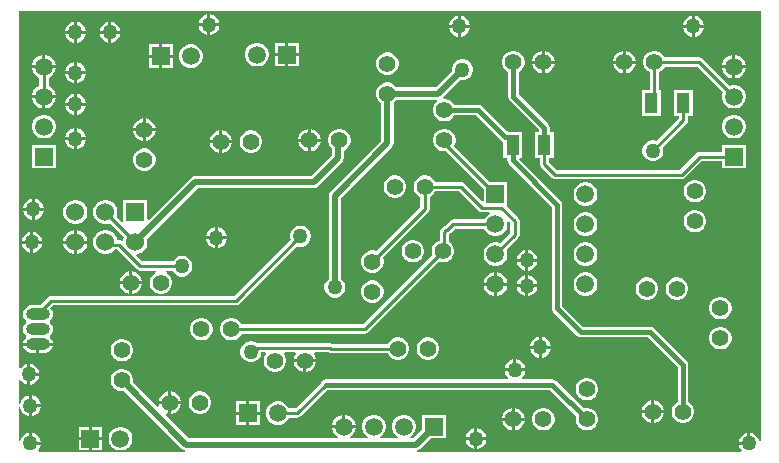
<source format=gbl>
G04*
G04 #@! TF.GenerationSoftware,Altium Limited,Altium Designer,22.2.1 (43)*
G04*
G04 Layer_Physical_Order=2*
G04 Layer_Color=16711680*
%FSLAX25Y25*%
%MOIN*%
G70*
G04*
G04 #@! TF.SameCoordinates,22AEFC0F-6C44-4056-8772-BC97FD4EFD78*
G04*
G04*
G04 #@! TF.FilePolarity,Positive*
G04*
G01*
G75*
%ADD11C,0.01000*%
%ADD15R,0.04331X0.06693*%
%ADD32C,0.02000*%
%ADD33C,0.01500*%
%ADD34C,0.05937*%
%ADD35R,0.05937X0.05937*%
%ADD36C,0.05512*%
%ADD37R,0.05906X0.05906*%
%ADD38C,0.05906*%
%ADD39R,0.05906X0.05906*%
%ADD40R,0.06000X0.06000*%
%ADD41C,0.06000*%
%ADD42O,0.07874X0.03937*%
%ADD43O,0.07874X0.03937*%
%ADD44C,0.05000*%
G36*
X248971Y5136D02*
X248471Y5071D01*
X248261Y5851D01*
X247801Y6649D01*
X247149Y7301D01*
X246351Y7762D01*
X245500Y7989D01*
Y4500D01*
X245000D01*
Y4000D01*
X241511D01*
X241739Y3149D01*
X242199Y2351D01*
X242521Y2029D01*
X242314Y1529D01*
X134394D01*
X134345Y2029D01*
X134780Y2116D01*
X135442Y2558D01*
X138931Y6047D01*
X143953D01*
Y13953D01*
X136047D01*
Y8931D01*
X133155Y6039D01*
X132045D01*
X131911Y6539D01*
X132427Y6837D01*
X133163Y7573D01*
X133683Y8474D01*
X133953Y9480D01*
Y10520D01*
X133683Y11526D01*
X133163Y12427D01*
X132427Y13163D01*
X131526Y13683D01*
X130520Y13953D01*
X129480D01*
X128474Y13683D01*
X127573Y13163D01*
X126837Y12427D01*
X126317Y11526D01*
X126047Y10520D01*
Y9480D01*
X126317Y8474D01*
X126837Y7573D01*
X127573Y6837D01*
X128089Y6539D01*
X127955Y6039D01*
X122045D01*
X121911Y6539D01*
X122427Y6837D01*
X123163Y7573D01*
X123683Y8474D01*
X123953Y9480D01*
Y10520D01*
X123683Y11526D01*
X123163Y12427D01*
X122427Y13163D01*
X121526Y13683D01*
X120520Y13953D01*
X119480D01*
X118474Y13683D01*
X117573Y13163D01*
X116837Y12427D01*
X116317Y11526D01*
X116047Y10520D01*
Y9480D01*
X116317Y8474D01*
X116837Y7573D01*
X117573Y6837D01*
X118089Y6539D01*
X117955Y6039D01*
X112045D01*
X111911Y6539D01*
X112427Y6837D01*
X113163Y7573D01*
X113683Y8474D01*
X113953Y9480D01*
Y9500D01*
X110000D01*
X106047D01*
Y9480D01*
X106317Y8474D01*
X106837Y7573D01*
X107573Y6837D01*
X108089Y6539D01*
X107955Y6039D01*
X58345D01*
X50452Y13931D01*
X50469Y14008D01*
X51056Y14365D01*
X51500Y14246D01*
Y17500D01*
X48246D01*
X48364Y17056D01*
X48008Y16469D01*
X47932Y16452D01*
X39676Y24708D01*
X39756Y25005D01*
Y25995D01*
X39500Y26950D01*
X39006Y27806D01*
X38306Y28506D01*
X37450Y29000D01*
X36494Y29256D01*
X35506D01*
X34550Y29000D01*
X33694Y28506D01*
X32994Y27806D01*
X32500Y26950D01*
X32244Y25995D01*
Y25005D01*
X32500Y24050D01*
X32994Y23194D01*
X33694Y22494D01*
X34550Y22000D01*
X35506Y21744D01*
X36494D01*
X36792Y21824D01*
X56058Y2558D01*
X56720Y2116D01*
X57155Y2029D01*
X57106Y1529D01*
X8186D01*
X7979Y2029D01*
X8301Y2351D01*
X8761Y3149D01*
X8990Y4000D01*
X5500D01*
Y4500D01*
X5000D01*
Y7989D01*
X4149Y7762D01*
X3351Y7301D01*
X2699Y6649D01*
X2238Y5851D01*
X2029Y5071D01*
X1529Y5136D01*
Y16364D01*
X2029Y16430D01*
X2238Y15649D01*
X2699Y14851D01*
X3351Y14199D01*
X4149Y13738D01*
X5000Y13510D01*
Y17000D01*
Y20490D01*
X4149Y20261D01*
X3351Y19801D01*
X2699Y19149D01*
X2238Y18351D01*
X2029Y17571D01*
X1529Y17636D01*
Y25511D01*
X2029Y25645D01*
X2199Y25351D01*
X2851Y24699D01*
X3649Y24238D01*
X4500Y24011D01*
Y27500D01*
Y30990D01*
X3649Y30762D01*
X2851Y30301D01*
X2199Y29649D01*
X2029Y29355D01*
X1529Y29489D01*
Y148471D01*
X248971D01*
Y5136D01*
D02*
G37*
%LPC*%
G36*
X65500Y147490D02*
Y144500D01*
X68489D01*
X68261Y145351D01*
X67801Y146149D01*
X67149Y146801D01*
X66351Y147262D01*
X65500Y147490D01*
D02*
G37*
G36*
X64500D02*
X63649Y147262D01*
X62851Y146801D01*
X62199Y146149D01*
X61739Y145351D01*
X61510Y144500D01*
X64500D01*
Y147490D01*
D02*
G37*
G36*
X227000Y146990D02*
Y144000D01*
X229990D01*
X229762Y144851D01*
X229301Y145649D01*
X228649Y146301D01*
X227851Y146762D01*
X227000Y146990D01*
D02*
G37*
G36*
X226000D02*
X225149Y146762D01*
X224351Y146301D01*
X223699Y145649D01*
X223238Y144851D01*
X223010Y144000D01*
X226000D01*
Y146990D01*
D02*
G37*
G36*
X149000D02*
Y144000D01*
X151989D01*
X151761Y144851D01*
X151301Y145649D01*
X150649Y146301D01*
X149851Y146762D01*
X149000Y146990D01*
D02*
G37*
G36*
X148000D02*
X147149Y146762D01*
X146351Y146301D01*
X145699Y145649D01*
X145238Y144851D01*
X145010Y144000D01*
X148000D01*
Y146990D01*
D02*
G37*
G36*
X32500Y144990D02*
Y142000D01*
X35489D01*
X35261Y142851D01*
X34801Y143649D01*
X34149Y144301D01*
X33351Y144762D01*
X32500Y144990D01*
D02*
G37*
G36*
X31500D02*
X30649Y144762D01*
X29851Y144301D01*
X29199Y143649D01*
X28738Y142851D01*
X28510Y142000D01*
X31500D01*
Y144990D01*
D02*
G37*
G36*
X21000D02*
Y142000D01*
X23990D01*
X23762Y142851D01*
X23301Y143649D01*
X22649Y144301D01*
X21851Y144762D01*
X21000Y144990D01*
D02*
G37*
G36*
X20000D02*
X19149Y144762D01*
X18351Y144301D01*
X17699Y143649D01*
X17239Y142851D01*
X17010Y142000D01*
X20000D01*
Y144990D01*
D02*
G37*
G36*
X68489Y143500D02*
X65500D01*
Y140510D01*
X66351Y140738D01*
X67149Y141199D01*
X67801Y141851D01*
X68261Y142649D01*
X68489Y143500D01*
D02*
G37*
G36*
X64500D02*
X61510D01*
X61739Y142649D01*
X62199Y141851D01*
X62851Y141199D01*
X63649Y140738D01*
X64500Y140510D01*
Y143500D01*
D02*
G37*
G36*
X229990Y143000D02*
X227000D01*
Y140010D01*
X227851Y140238D01*
X228649Y140699D01*
X229301Y141351D01*
X229762Y142149D01*
X229990Y143000D01*
D02*
G37*
G36*
X226000D02*
X223010D01*
X223238Y142149D01*
X223699Y141351D01*
X224351Y140699D01*
X225149Y140238D01*
X226000Y140010D01*
Y143000D01*
D02*
G37*
G36*
X151989D02*
X149000D01*
Y140010D01*
X149851Y140238D01*
X150649Y140699D01*
X151301Y141351D01*
X151761Y142149D01*
X151989Y143000D01*
D02*
G37*
G36*
X148000D02*
X145010D01*
X145238Y142149D01*
X145699Y141351D01*
X146351Y140699D01*
X147149Y140238D01*
X148000Y140010D01*
Y143000D01*
D02*
G37*
G36*
X35489Y141000D02*
X32500D01*
Y138011D01*
X33351Y138239D01*
X34149Y138699D01*
X34801Y139351D01*
X35261Y140149D01*
X35489Y141000D01*
D02*
G37*
G36*
X31500D02*
X28510D01*
X28738Y140149D01*
X29199Y139351D01*
X29851Y138699D01*
X30649Y138239D01*
X31500Y138011D01*
Y141000D01*
D02*
G37*
G36*
X23990D02*
X21000D01*
Y138011D01*
X21851Y138239D01*
X22649Y138699D01*
X23301Y139351D01*
X23762Y140149D01*
X23990Y141000D01*
D02*
G37*
G36*
X20000D02*
X17010D01*
X17239Y140149D01*
X17699Y139351D01*
X18351Y138699D01*
X19149Y138239D01*
X20000Y138011D01*
Y141000D01*
D02*
G37*
G36*
X94953Y137953D02*
X91500D01*
Y134500D01*
X94953D01*
Y137953D01*
D02*
G37*
G36*
X90500D02*
X87047D01*
Y134500D01*
X90500D01*
Y137953D01*
D02*
G37*
G36*
X52953Y137453D02*
X49500D01*
Y134000D01*
X52953D01*
Y137453D01*
D02*
G37*
G36*
X48500D02*
X45047D01*
Y134000D01*
X48500D01*
Y137453D01*
D02*
G37*
G36*
X177000Y135254D02*
Y132000D01*
X180254D01*
X180000Y132950D01*
X179506Y133806D01*
X178806Y134505D01*
X177950Y135000D01*
X177000Y135254D01*
D02*
G37*
G36*
X204000D02*
Y132000D01*
X207254D01*
X207000Y132950D01*
X206505Y133806D01*
X205806Y134505D01*
X204950Y135000D01*
X204000Y135254D01*
D02*
G37*
G36*
X203000D02*
X202050Y135000D01*
X201194Y134505D01*
X200495Y133806D01*
X200000Y132950D01*
X199746Y132000D01*
X203000D01*
Y135254D01*
D02*
G37*
G36*
X176000D02*
X175050Y135000D01*
X174194Y134505D01*
X173495Y133806D01*
X173000Y132950D01*
X172746Y132000D01*
X176000D01*
Y135254D01*
D02*
G37*
G36*
X240520Y133953D02*
X240500D01*
Y130500D01*
X243953D01*
Y130520D01*
X243683Y131526D01*
X243163Y132427D01*
X242427Y133163D01*
X241526Y133683D01*
X240520Y133953D01*
D02*
G37*
G36*
X10520D02*
X10500D01*
Y130500D01*
X13953D01*
Y130520D01*
X13683Y131526D01*
X13163Y132427D01*
X12427Y133163D01*
X11526Y133683D01*
X10520Y133953D01*
D02*
G37*
G36*
X9500D02*
X9480D01*
X8474Y133683D01*
X7573Y133163D01*
X6837Y132427D01*
X6317Y131526D01*
X6047Y130520D01*
Y130500D01*
X9500D01*
Y133953D01*
D02*
G37*
G36*
X239500D02*
X239480D01*
X238474Y133683D01*
X237573Y133163D01*
X236837Y132427D01*
X236317Y131526D01*
X236047Y130520D01*
Y130500D01*
X239500D01*
Y133953D01*
D02*
G37*
G36*
X94953Y133500D02*
X91500D01*
Y130047D01*
X94953D01*
Y133500D01*
D02*
G37*
G36*
X90500D02*
X87047D01*
Y130047D01*
X90500D01*
Y133500D01*
D02*
G37*
G36*
X81520Y137953D02*
X80480D01*
X79474Y137683D01*
X78573Y137163D01*
X77837Y136427D01*
X77317Y135526D01*
X77047Y134520D01*
Y133480D01*
X77317Y132474D01*
X77837Y131573D01*
X78573Y130837D01*
X79474Y130317D01*
X80480Y130047D01*
X81520D01*
X82526Y130317D01*
X83427Y130837D01*
X84163Y131573D01*
X84683Y132474D01*
X84953Y133480D01*
Y134520D01*
X84683Y135526D01*
X84163Y136427D01*
X83427Y137163D01*
X82526Y137683D01*
X81520Y137953D01*
D02*
G37*
G36*
X59520Y137453D02*
X58480D01*
X57474Y137183D01*
X56573Y136663D01*
X55837Y135927D01*
X55317Y135026D01*
X55047Y134020D01*
Y132980D01*
X55317Y131974D01*
X55837Y131073D01*
X56573Y130337D01*
X57474Y129817D01*
X58480Y129547D01*
X59520D01*
X60526Y129817D01*
X61427Y130337D01*
X62163Y131073D01*
X62683Y131974D01*
X62953Y132980D01*
Y134020D01*
X62683Y135026D01*
X62163Y135927D01*
X61427Y136663D01*
X60526Y137183D01*
X59520Y137453D01*
D02*
G37*
G36*
X52953Y133000D02*
X49500D01*
Y129547D01*
X52953D01*
Y133000D01*
D02*
G37*
G36*
X48500D02*
X45047D01*
Y129547D01*
X48500D01*
Y133000D01*
D02*
G37*
G36*
X21000Y131490D02*
Y128500D01*
X23990D01*
X23762Y129351D01*
X23301Y130149D01*
X22649Y130801D01*
X21851Y131262D01*
X21000Y131490D01*
D02*
G37*
G36*
X20000D02*
X19149Y131262D01*
X18351Y130801D01*
X17699Y130149D01*
X17239Y129351D01*
X17010Y128500D01*
X20000D01*
Y131490D01*
D02*
G37*
G36*
X180254Y131000D02*
X177000D01*
Y127746D01*
X177950Y128000D01*
X178806Y128495D01*
X179506Y129194D01*
X180000Y130050D01*
X180254Y131000D01*
D02*
G37*
G36*
X207254D02*
X204000D01*
Y127746D01*
X204950Y128000D01*
X205806Y128495D01*
X206505Y129194D01*
X207000Y130050D01*
X207254Y131000D01*
D02*
G37*
G36*
X203000D02*
X199746D01*
X200000Y130050D01*
X200495Y129194D01*
X201194Y128495D01*
X202050Y128000D01*
X203000Y127746D01*
Y131000D01*
D02*
G37*
G36*
X176000D02*
X172746D01*
X173000Y130050D01*
X173495Y129194D01*
X174194Y128495D01*
X175050Y128000D01*
X176000Y127746D01*
Y131000D01*
D02*
G37*
G36*
X124995Y134756D02*
X124005D01*
X123050Y134500D01*
X122194Y134005D01*
X121494Y133306D01*
X121000Y132450D01*
X120744Y131494D01*
Y130506D01*
X121000Y129550D01*
X121494Y128694D01*
X122194Y127995D01*
X123050Y127500D01*
X124005Y127244D01*
X124995D01*
X125950Y127500D01*
X126806Y127995D01*
X127506Y128694D01*
X128000Y129550D01*
X128256Y130506D01*
Y131494D01*
X128000Y132450D01*
X127506Y133306D01*
X126806Y134005D01*
X125950Y134500D01*
X124995Y134756D01*
D02*
G37*
G36*
X243953Y129500D02*
X240500D01*
Y126047D01*
X240520D01*
X241526Y126317D01*
X242427Y126837D01*
X243163Y127573D01*
X243683Y128474D01*
X243953Y129480D01*
Y129500D01*
D02*
G37*
G36*
X239500D02*
X236047D01*
Y129480D01*
X236317Y128474D01*
X236837Y127573D01*
X237573Y126837D01*
X238474Y126317D01*
X239480Y126047D01*
X239500D01*
Y129500D01*
D02*
G37*
G36*
X149961Y132500D02*
X149039D01*
X148149Y132262D01*
X147351Y131801D01*
X146699Y131149D01*
X146239Y130351D01*
X146000Y129461D01*
Y128539D01*
X146033Y128417D01*
X140655Y123039D01*
X127660D01*
X127506Y123306D01*
X126806Y124005D01*
X125950Y124500D01*
X124995Y124756D01*
X124005D01*
X123050Y124500D01*
X122194Y124005D01*
X121494Y123306D01*
X121000Y122450D01*
X120744Y121494D01*
Y120505D01*
X121000Y119550D01*
X121494Y118694D01*
X122194Y117994D01*
X122461Y117840D01*
Y105345D01*
X105558Y88442D01*
X105116Y87780D01*
X104961Y87000D01*
Y59364D01*
X104851Y59301D01*
X104199Y58649D01*
X103738Y57851D01*
X103500Y56961D01*
Y56039D01*
X103738Y55149D01*
X104199Y54351D01*
X104851Y53699D01*
X105649Y53238D01*
X106539Y53000D01*
X107461D01*
X108351Y53238D01*
X109149Y53699D01*
X109801Y54351D01*
X110261Y55149D01*
X110500Y56039D01*
Y56961D01*
X110261Y57851D01*
X109801Y58649D01*
X109149Y59301D01*
X109039Y59364D01*
Y86155D01*
X125942Y103058D01*
X126384Y103720D01*
X126539Y104500D01*
Y117840D01*
X126806Y117994D01*
X127506Y118694D01*
X127660Y118961D01*
X140982D01*
X141125Y118654D01*
X141149Y118461D01*
X140495Y117806D01*
X140000Y116950D01*
X139744Y115995D01*
Y115006D01*
X140000Y114050D01*
X140495Y113194D01*
X141194Y112495D01*
X142050Y112000D01*
X143006Y111744D01*
X143994D01*
X144950Y112000D01*
X145806Y112495D01*
X146505Y113194D01*
X146807Y113716D01*
X153946D01*
X162327Y105335D01*
X162327Y105335D01*
X162906Y104948D01*
X163020Y104925D01*
Y99654D01*
X164401D01*
Y98815D01*
X164537Y98132D01*
X164923Y97553D01*
X179216Y83261D01*
Y49500D01*
X179351Y48817D01*
X179738Y48238D01*
X187738Y40238D01*
X188317Y39851D01*
X189000Y39716D01*
X189000Y39716D01*
X211261D01*
X221216Y29761D01*
Y18307D01*
X220694Y18006D01*
X219994Y17306D01*
X219500Y16450D01*
X219244Y15495D01*
Y14505D01*
X219500Y13550D01*
X219994Y12694D01*
X220694Y11994D01*
X221550Y11500D01*
X222505Y11244D01*
X223495D01*
X224450Y11500D01*
X225306Y11994D01*
X226006Y12694D01*
X226500Y13550D01*
X226756Y14505D01*
Y15495D01*
X226500Y16450D01*
X226006Y17306D01*
X225306Y18006D01*
X224784Y18307D01*
Y30500D01*
X224784Y30500D01*
X224648Y31183D01*
X224262Y31762D01*
X213262Y42762D01*
X212683Y43148D01*
X212000Y43284D01*
X189739D01*
X182784Y50239D01*
Y84000D01*
X182784Y84000D01*
X182649Y84683D01*
X182262Y85262D01*
X182262Y85262D01*
X168370Y99154D01*
X168577Y99654D01*
X169350D01*
Y108346D01*
X164942D01*
X164770Y108381D01*
X164328D01*
X155947Y116762D01*
X155368Y117148D01*
X154685Y117284D01*
X146807D01*
X146505Y117806D01*
X145806Y118506D01*
X144950Y119000D01*
X143994Y119256D01*
X143347D01*
X143140Y119756D01*
X148917Y125533D01*
X149039Y125500D01*
X149961D01*
X150851Y125739D01*
X151649Y126199D01*
X152301Y126851D01*
X152761Y127649D01*
X153000Y128539D01*
Y129461D01*
X152761Y130351D01*
X152301Y131149D01*
X151649Y131801D01*
X150851Y132262D01*
X149961Y132500D01*
D02*
G37*
G36*
X23990Y127500D02*
X21000D01*
Y124511D01*
X21851Y124739D01*
X22649Y125199D01*
X23301Y125851D01*
X23762Y126649D01*
X23990Y127500D01*
D02*
G37*
G36*
X20000D02*
X17010D01*
X17239Y126649D01*
X17699Y125851D01*
X18351Y125199D01*
X19149Y124739D01*
X20000Y124511D01*
Y127500D01*
D02*
G37*
G36*
X13953Y129500D02*
X10000D01*
X6047D01*
Y129480D01*
X6317Y128474D01*
X6837Y127573D01*
X7573Y126837D01*
X8471Y126319D01*
Y123681D01*
X7573Y123163D01*
X6837Y122427D01*
X6317Y121526D01*
X6047Y120520D01*
Y120500D01*
X10000D01*
X13953D01*
Y120520D01*
X13683Y121526D01*
X13163Y122427D01*
X12427Y123163D01*
X11529Y123681D01*
Y126319D01*
X12427Y126837D01*
X13163Y127573D01*
X13683Y128474D01*
X13953Y129480D01*
Y129500D01*
D02*
G37*
G36*
X21000Y120990D02*
Y118000D01*
X23990D01*
X23762Y118851D01*
X23301Y119649D01*
X22649Y120301D01*
X21851Y120762D01*
X21000Y120990D01*
D02*
G37*
G36*
X20000D02*
X19149Y120762D01*
X18351Y120301D01*
X17699Y119649D01*
X17239Y118851D01*
X17010Y118000D01*
X20000D01*
Y120990D01*
D02*
G37*
G36*
X213995Y135256D02*
X213005D01*
X212050Y135000D01*
X211194Y134505D01*
X210494Y133806D01*
X210000Y132950D01*
X209744Y131994D01*
Y131006D01*
X210000Y130050D01*
X210494Y129194D01*
X211194Y128495D01*
X211971Y128046D01*
Y122345D01*
X209337D01*
Y113652D01*
X215667D01*
Y122345D01*
X215029D01*
Y128046D01*
X215806Y128495D01*
X216506Y129194D01*
X216954Y129971D01*
X227867D01*
X236315Y121522D01*
X236047Y120520D01*
Y119480D01*
X236317Y118474D01*
X236837Y117573D01*
X237573Y116837D01*
X238474Y116317D01*
X239480Y116047D01*
X240520D01*
X241526Y116317D01*
X242427Y116837D01*
X243163Y117573D01*
X243683Y118474D01*
X243953Y119480D01*
Y120520D01*
X243683Y121526D01*
X243163Y122427D01*
X242427Y123163D01*
X241526Y123683D01*
X240520Y123953D01*
X239480D01*
X238478Y123685D01*
X229581Y132581D01*
X229085Y132913D01*
X228500Y133029D01*
X216954D01*
X216506Y133806D01*
X215806Y134505D01*
X214950Y135000D01*
X213995Y135256D01*
D02*
G37*
G36*
X13953Y119500D02*
X10500D01*
Y116047D01*
X10520D01*
X11526Y116317D01*
X12427Y116837D01*
X13163Y117573D01*
X13683Y118474D01*
X13953Y119480D01*
Y119500D01*
D02*
G37*
G36*
X9500D02*
X6047D01*
Y119480D01*
X6317Y118474D01*
X6837Y117573D01*
X7573Y116837D01*
X8474Y116317D01*
X9480Y116047D01*
X9500D01*
Y119500D01*
D02*
G37*
G36*
X23990Y117000D02*
X21000D01*
Y114011D01*
X21851Y114239D01*
X22649Y114699D01*
X23301Y115351D01*
X23762Y116149D01*
X23990Y117000D01*
D02*
G37*
G36*
X20000D02*
X17010D01*
X17239Y116149D01*
X17699Y115351D01*
X18351Y114699D01*
X19149Y114239D01*
X20000Y114011D01*
Y117000D01*
D02*
G37*
G36*
X44000Y112754D02*
Y109500D01*
X47254D01*
X47000Y110450D01*
X46505Y111306D01*
X45806Y112005D01*
X44950Y112500D01*
X44000Y112754D01*
D02*
G37*
G36*
X43000D02*
X42050Y112500D01*
X41194Y112005D01*
X40494Y111306D01*
X40000Y110450D01*
X39746Y109500D01*
X43000D01*
Y112754D01*
D02*
G37*
G36*
X21000Y109490D02*
Y106500D01*
X23990D01*
X23762Y107351D01*
X23301Y108149D01*
X22649Y108801D01*
X21851Y109262D01*
X21000Y109490D01*
D02*
G37*
G36*
X20000D02*
X19149Y109262D01*
X18351Y108801D01*
X17699Y108149D01*
X17239Y107351D01*
X17010Y106500D01*
X20000D01*
Y109490D01*
D02*
G37*
G36*
X240520Y113953D02*
X239480D01*
X238474Y113683D01*
X237573Y113163D01*
X236837Y112427D01*
X236317Y111526D01*
X236047Y110520D01*
Y109480D01*
X236317Y108474D01*
X236837Y107573D01*
X237573Y106837D01*
X238474Y106317D01*
X239480Y106047D01*
X240520D01*
X241526Y106317D01*
X242427Y106837D01*
X243163Y107573D01*
X243683Y108474D01*
X243953Y109480D01*
Y110520D01*
X243683Y111526D01*
X243163Y112427D01*
X242427Y113163D01*
X241526Y113683D01*
X240520Y113953D01*
D02*
G37*
G36*
X10520D02*
X9480D01*
X8474Y113683D01*
X7573Y113163D01*
X6837Y112427D01*
X6317Y111526D01*
X6047Y110520D01*
Y109480D01*
X6317Y108474D01*
X6837Y107573D01*
X7573Y106837D01*
X8474Y106317D01*
X9480Y106047D01*
X10520D01*
X11526Y106317D01*
X12427Y106837D01*
X13163Y107573D01*
X13683Y108474D01*
X13953Y109480D01*
Y110520D01*
X13683Y111526D01*
X13163Y112427D01*
X12427Y113163D01*
X11526Y113683D01*
X10520Y113953D01*
D02*
G37*
G36*
X99000Y109254D02*
Y106000D01*
X102254D01*
X102000Y106950D01*
X101505Y107806D01*
X100806Y108505D01*
X99950Y109000D01*
X99000Y109254D01*
D02*
G37*
G36*
X98000D02*
X97050Y109000D01*
X96194Y108505D01*
X95495Y107806D01*
X95000Y106950D01*
X94746Y106000D01*
X98000D01*
Y109254D01*
D02*
G37*
G36*
X69500Y108754D02*
Y105500D01*
X72754D01*
X72500Y106450D01*
X72005Y107306D01*
X71306Y108005D01*
X70450Y108500D01*
X69500Y108754D01*
D02*
G37*
G36*
X68500D02*
X67550Y108500D01*
X66694Y108005D01*
X65995Y107306D01*
X65500Y106450D01*
X65246Y105500D01*
X68500D01*
Y108754D01*
D02*
G37*
G36*
X226297Y122345D02*
X219967D01*
Y113652D01*
X221603D01*
Y112765D01*
X214152Y105315D01*
X213461Y105500D01*
X212539D01*
X211649Y105262D01*
X210851Y104801D01*
X210199Y104149D01*
X209738Y103351D01*
X209500Y102461D01*
Y101539D01*
X209738Y100649D01*
X210199Y99851D01*
X210851Y99199D01*
X211649Y98738D01*
X212539Y98500D01*
X213461D01*
X214351Y98738D01*
X215149Y99199D01*
X215801Y99851D01*
X216262Y100649D01*
X216500Y101539D01*
Y102461D01*
X216315Y103152D01*
X224213Y111050D01*
X224545Y111547D01*
X224661Y112132D01*
Y113652D01*
X226297D01*
Y122345D01*
D02*
G37*
G36*
X47254Y108500D02*
X44000D01*
Y105246D01*
X44950Y105500D01*
X45806Y105994D01*
X46505Y106694D01*
X47000Y107550D01*
X47254Y108500D01*
D02*
G37*
G36*
X43000D02*
X39746D01*
X40000Y107550D01*
X40494Y106694D01*
X41194Y105994D01*
X42050Y105500D01*
X43000Y105246D01*
Y108500D01*
D02*
G37*
G36*
X23990Y105500D02*
X21000D01*
Y102510D01*
X21851Y102738D01*
X22649Y103199D01*
X23301Y103851D01*
X23762Y104649D01*
X23990Y105500D01*
D02*
G37*
G36*
X20000D02*
X17010D01*
X17239Y104649D01*
X17699Y103851D01*
X18351Y103199D01*
X19149Y102738D01*
X20000Y102510D01*
Y105500D01*
D02*
G37*
G36*
X102254Y105000D02*
X99000D01*
Y101746D01*
X99950Y102000D01*
X100806Y102495D01*
X101505Y103194D01*
X102000Y104050D01*
X102254Y105000D01*
D02*
G37*
G36*
X98000D02*
X94746D01*
X95000Y104050D01*
X95495Y103194D01*
X96194Y102495D01*
X97050Y102000D01*
X98000Y101746D01*
Y105000D01*
D02*
G37*
G36*
X72754Y104500D02*
X69500D01*
Y101246D01*
X70450Y101500D01*
X71306Y101995D01*
X72005Y102694D01*
X72500Y103550D01*
X72754Y104500D01*
D02*
G37*
G36*
X68500D02*
X65246D01*
X65500Y103550D01*
X65995Y102694D01*
X66694Y101995D01*
X67550Y101500D01*
X68500Y101246D01*
Y104500D01*
D02*
G37*
G36*
X79495Y108756D02*
X78505D01*
X77550Y108500D01*
X76694Y108005D01*
X75994Y107306D01*
X75500Y106450D01*
X75244Y105494D01*
Y104506D01*
X75500Y103550D01*
X75994Y102694D01*
X76694Y101995D01*
X77550Y101500D01*
X78505Y101244D01*
X79495D01*
X80450Y101500D01*
X81306Y101995D01*
X82006Y102694D01*
X82500Y103550D01*
X82756Y104506D01*
Y105494D01*
X82500Y106450D01*
X82006Y107306D01*
X81306Y108005D01*
X80450Y108500D01*
X79495Y108756D01*
D02*
G37*
G36*
X166995Y135256D02*
X166006D01*
X165050Y135000D01*
X164194Y134505D01*
X163495Y133806D01*
X163000Y132950D01*
X162744Y131994D01*
Y131006D01*
X163000Y130050D01*
X163495Y129194D01*
X164194Y128495D01*
X164716Y128193D01*
Y120000D01*
X164851Y119317D01*
X165238Y118738D01*
X175031Y108946D01*
Y108346D01*
X173650D01*
Y99654D01*
X175286D01*
Y97685D01*
X175402Y97100D01*
X175733Y96604D01*
X179419Y92919D01*
X179915Y92587D01*
X180500Y92471D01*
X222524D01*
X223109Y92587D01*
X223605Y92919D01*
X229157Y98471D01*
X236047D01*
Y96047D01*
X243953D01*
Y103953D01*
X236047D01*
Y101529D01*
X228524D01*
X227938Y101413D01*
X227442Y101081D01*
X221890Y95529D01*
X181133D01*
X178344Y98318D01*
Y99654D01*
X179980D01*
Y108346D01*
X178599D01*
Y109685D01*
X178599Y109685D01*
X178463Y110368D01*
X178077Y110947D01*
X178077Y110947D01*
X168284Y120739D01*
Y128193D01*
X168806Y128495D01*
X169506Y129194D01*
X170000Y130050D01*
X170256Y131006D01*
Y131994D01*
X170000Y132950D01*
X169506Y133806D01*
X168806Y134505D01*
X167950Y135000D01*
X166995Y135256D01*
D02*
G37*
G36*
X13953Y103953D02*
X6047D01*
Y96047D01*
X13953D01*
Y103953D01*
D02*
G37*
G36*
X43995Y102756D02*
X43005D01*
X42050Y102500D01*
X41194Y102006D01*
X40494Y101306D01*
X40000Y100450D01*
X39744Y99494D01*
Y98506D01*
X40000Y97550D01*
X40494Y96694D01*
X41194Y95995D01*
X42050Y95500D01*
X43005Y95244D01*
X43995D01*
X44950Y95500D01*
X45806Y95995D01*
X46505Y96694D01*
X47000Y97550D01*
X47256Y98506D01*
Y99494D01*
X47000Y100450D01*
X46505Y101306D01*
X45806Y102006D01*
X44950Y102500D01*
X43995Y102756D01*
D02*
G37*
G36*
X127495Y93756D02*
X126505D01*
X125550Y93500D01*
X124694Y93006D01*
X123995Y92306D01*
X123500Y91450D01*
X123244Y90495D01*
Y89505D01*
X123500Y88550D01*
X123995Y87694D01*
X124694Y86994D01*
X125550Y86500D01*
X126505Y86244D01*
X127495D01*
X128450Y86500D01*
X129306Y86994D01*
X130006Y87694D01*
X130500Y88550D01*
X130756Y89505D01*
Y90495D01*
X130500Y91450D01*
X130006Y92306D01*
X129306Y93006D01*
X128450Y93500D01*
X127495Y93756D01*
D02*
G37*
G36*
X143994Y109256D02*
X143006D01*
X142050Y109000D01*
X141194Y108505D01*
X140495Y107806D01*
X140000Y106950D01*
X139744Y105994D01*
Y105006D01*
X140000Y104050D01*
X140495Y103194D01*
X141194Y102495D01*
X142050Y102000D01*
X143006Y101744D01*
X143994D01*
X144072Y101765D01*
X156532Y89306D01*
Y85285D01*
X156070Y85093D01*
X150081Y91081D01*
X149585Y91413D01*
X149000Y91529D01*
X140454D01*
X140006Y92306D01*
X139306Y93006D01*
X138450Y93500D01*
X137495Y93756D01*
X136505D01*
X135550Y93500D01*
X134694Y93006D01*
X133994Y92306D01*
X133500Y91450D01*
X133244Y90495D01*
Y89505D01*
X133500Y88550D01*
X133994Y87694D01*
X134694Y86994D01*
X135471Y86546D01*
Y83134D01*
X120861Y68524D01*
X119994Y68756D01*
X119006D01*
X118050Y68500D01*
X117194Y68006D01*
X116495Y67306D01*
X116000Y66450D01*
X115744Y65495D01*
Y64505D01*
X116000Y63550D01*
X116495Y62694D01*
X117194Y61994D01*
X118050Y61500D01*
X119006Y61244D01*
X119994D01*
X120950Y61500D01*
X121806Y61994D01*
X122505Y62694D01*
X123000Y63550D01*
X123256Y64505D01*
Y65495D01*
X123024Y66361D01*
X138081Y81419D01*
X138413Y81915D01*
X138529Y82500D01*
Y86546D01*
X139306Y86994D01*
X140006Y87694D01*
X140454Y88471D01*
X148366D01*
X154919Y81919D01*
X155415Y81587D01*
X156000Y81471D01*
X158440D01*
X158574Y80971D01*
X158063Y80676D01*
X157324Y79937D01*
X156802Y79032D01*
X156801Y79029D01*
X146500D01*
X145915Y78913D01*
X145419Y78581D01*
X143812Y76975D01*
X143500Y76913D01*
X143004Y76581D01*
X142419Y75996D01*
X142087Y75499D01*
X141971Y74914D01*
Y72113D01*
X141550Y72000D01*
X140694Y71505D01*
X139995Y70806D01*
X139500Y69950D01*
X139244Y68994D01*
Y68006D01*
X139476Y67139D01*
X116367Y44029D01*
X75954D01*
X75506Y44806D01*
X74806Y45505D01*
X73950Y46000D01*
X72995Y46256D01*
X72005D01*
X71050Y46000D01*
X70194Y45505D01*
X69494Y44806D01*
X69000Y43950D01*
X68744Y42994D01*
Y42006D01*
X69000Y41050D01*
X69494Y40194D01*
X70194Y39494D01*
X71050Y39000D01*
X72005Y38744D01*
X72995D01*
X73950Y39000D01*
X74806Y39494D01*
X75506Y40194D01*
X75954Y40971D01*
X117000D01*
X117585Y41087D01*
X118081Y41419D01*
X141639Y64976D01*
X142506Y64744D01*
X143494D01*
X144450Y65000D01*
X145306Y65495D01*
X146005Y66194D01*
X146500Y67050D01*
X146756Y68006D01*
Y68994D01*
X146500Y69950D01*
X146005Y70806D01*
X145306Y71505D01*
X145029Y71665D01*
Y74076D01*
X145085Y74087D01*
X145581Y74419D01*
X147134Y75971D01*
X156801D01*
X156802Y75968D01*
X157324Y75063D01*
X158063Y74324D01*
X158968Y73802D01*
X159977Y73532D01*
X161022D01*
X162032Y73802D01*
X162937Y74324D01*
X163676Y75063D01*
X164198Y75968D01*
X164469Y76977D01*
Y78022D01*
X164418Y78212D01*
X164866Y78471D01*
X165471Y77867D01*
Y74634D01*
X162034Y71197D01*
X162032Y71198D01*
X161022Y71469D01*
X159977D01*
X158968Y71198D01*
X158063Y70676D01*
X157324Y69937D01*
X156802Y69032D01*
X156532Y68023D01*
Y66978D01*
X156802Y65968D01*
X157324Y65063D01*
X158063Y64324D01*
X158968Y63802D01*
X159977Y63532D01*
X161022D01*
X162032Y63802D01*
X162937Y64324D01*
X163676Y65063D01*
X164198Y65968D01*
X164469Y66978D01*
Y68023D01*
X164198Y69032D01*
X164197Y69034D01*
X168081Y72919D01*
X168413Y73415D01*
X168529Y74000D01*
Y78500D01*
X168413Y79085D01*
X168081Y79581D01*
X164601Y83062D01*
X164469Y83531D01*
X164469D01*
X164469Y83531D01*
Y91469D01*
X158694D01*
X146675Y103488D01*
X147000Y104050D01*
X147256Y105006D01*
Y105994D01*
X147000Y106950D01*
X146505Y107806D01*
X145806Y108505D01*
X144950Y109000D01*
X143994Y109256D01*
D02*
G37*
G36*
X227495Y92256D02*
X226505D01*
X225550Y92000D01*
X224694Y91505D01*
X223994Y90806D01*
X223500Y89950D01*
X223244Y88994D01*
Y88006D01*
X223500Y87050D01*
X223994Y86194D01*
X224694Y85495D01*
X225550Y85000D01*
X226505Y84744D01*
X227495D01*
X228450Y85000D01*
X229306Y85495D01*
X230006Y86194D01*
X230500Y87050D01*
X230756Y88006D01*
Y88994D01*
X230500Y89950D01*
X230006Y90806D01*
X229306Y91505D01*
X228450Y92000D01*
X227495Y92256D01*
D02*
G37*
G36*
X191023Y91469D02*
X189978D01*
X188968Y91198D01*
X188063Y90676D01*
X187324Y89937D01*
X186802Y89032D01*
X186531Y88023D01*
Y86977D01*
X186802Y85968D01*
X187324Y85063D01*
X188063Y84324D01*
X188968Y83802D01*
X189978Y83531D01*
X191023D01*
X192032Y83802D01*
X192937Y84324D01*
X193676Y85063D01*
X194198Y85968D01*
X194468Y86977D01*
Y88023D01*
X194198Y89032D01*
X193676Y89937D01*
X192937Y90676D01*
X192032Y91198D01*
X191023Y91469D01*
D02*
G37*
G36*
X7000Y85989D02*
Y83000D01*
X9990D01*
X9762Y83851D01*
X9301Y84649D01*
X8649Y85301D01*
X7851Y85761D01*
X7000Y85989D01*
D02*
G37*
G36*
X6000D02*
X5149Y85761D01*
X4351Y85301D01*
X3699Y84649D01*
X3238Y83851D01*
X3011Y83000D01*
X6000D01*
Y85989D01*
D02*
G37*
G36*
X9990Y82000D02*
X7000D01*
Y79010D01*
X7851Y79238D01*
X8649Y79699D01*
X9301Y80351D01*
X9762Y81149D01*
X9990Y82000D01*
D02*
G37*
G36*
X6000D02*
X3011D01*
X3238Y81149D01*
X3699Y80351D01*
X4351Y79699D01*
X5149Y79238D01*
X6000Y79010D01*
Y82000D01*
D02*
G37*
G36*
X108994Y109256D02*
X108005D01*
X107050Y109000D01*
X106194Y108505D01*
X105494Y107806D01*
X105000Y106950D01*
X104744Y105994D01*
Y105006D01*
X105000Y104050D01*
X105494Y103194D01*
X105891Y102798D01*
Y100275D01*
X99155Y93539D01*
X60500D01*
X59720Y93384D01*
X59058Y92942D01*
X44962Y78846D01*
X44500Y79037D01*
Y85500D01*
X36500D01*
Y78316D01*
X36038Y78125D01*
X34220Y79943D01*
X34227Y79956D01*
X34500Y80973D01*
Y82027D01*
X34227Y83044D01*
X33701Y83956D01*
X32956Y84701D01*
X32044Y85227D01*
X31027Y85500D01*
X29973D01*
X28956Y85227D01*
X28044Y84701D01*
X27299Y83956D01*
X26773Y83044D01*
X26500Y82027D01*
Y80973D01*
X26773Y79956D01*
X27299Y79044D01*
X28044Y78299D01*
X28956Y77773D01*
X29973Y77500D01*
X31027D01*
X32044Y77773D01*
X32057Y77780D01*
X36780Y73057D01*
X36773Y73044D01*
X36500Y72027D01*
Y71922D01*
X36000Y71772D01*
X35585Y72049D01*
X35000Y72165D01*
X34463D01*
X34227Y73044D01*
X33701Y73956D01*
X32956Y74701D01*
X32044Y75227D01*
X31027Y75500D01*
X29973D01*
X28956Y75227D01*
X28044Y74701D01*
X27299Y73956D01*
X26773Y73044D01*
X26500Y72027D01*
Y70973D01*
X26773Y69956D01*
X27299Y69044D01*
X28044Y68299D01*
X28956Y67773D01*
X29973Y67500D01*
X31027D01*
X32044Y67773D01*
X32956Y68299D01*
X33701Y69044D01*
X33737Y69107D01*
X34367D01*
X41055Y62419D01*
X41551Y62087D01*
X42136Y61971D01*
X47212D01*
X47255Y61904D01*
X47094Y61237D01*
X46694Y61006D01*
X45994Y60306D01*
X45500Y59450D01*
X45244Y58495D01*
Y57506D01*
X45500Y56550D01*
X45994Y55694D01*
X46694Y54994D01*
X47550Y54500D01*
X48505Y54244D01*
X49494D01*
X50450Y54500D01*
X51306Y54994D01*
X52005Y55694D01*
X52500Y56550D01*
X52756Y57506D01*
Y58495D01*
X52500Y59450D01*
X52005Y60306D01*
X51306Y61006D01*
X50906Y61237D01*
X50745Y61904D01*
X50788Y61971D01*
X52842D01*
X53199Y61351D01*
X53851Y60699D01*
X54649Y60238D01*
X55539Y60000D01*
X56461D01*
X57351Y60238D01*
X58149Y60699D01*
X58801Y61351D01*
X59262Y62149D01*
X59500Y63039D01*
Y63961D01*
X59262Y64851D01*
X58801Y65649D01*
X58149Y66301D01*
X57351Y66761D01*
X56461Y67000D01*
X55539D01*
X54649Y66761D01*
X53851Y66301D01*
X53199Y65649D01*
X52842Y65029D01*
X42770D01*
X40761Y67038D01*
X40952Y67500D01*
X41027D01*
X42044Y67773D01*
X42956Y68299D01*
X43701Y69044D01*
X44227Y69956D01*
X44500Y70973D01*
Y72027D01*
X44375Y72492D01*
X61345Y89461D01*
X100000D01*
X100780Y89616D01*
X101442Y90058D01*
X109372Y97988D01*
X109814Y98650D01*
X109969Y99430D01*
Y102011D01*
X110806Y102495D01*
X111505Y103194D01*
X112000Y104050D01*
X112256Y105006D01*
Y105994D01*
X112000Y106950D01*
X111505Y107806D01*
X110806Y108505D01*
X109950Y109000D01*
X108994Y109256D01*
D02*
G37*
G36*
X21027Y85500D02*
X19973D01*
X18956Y85227D01*
X18044Y84701D01*
X17299Y83956D01*
X16773Y83044D01*
X16500Y82027D01*
Y80973D01*
X16773Y79956D01*
X17299Y79044D01*
X18044Y78299D01*
X18956Y77773D01*
X19973Y77500D01*
X21027D01*
X22044Y77773D01*
X22956Y78299D01*
X23701Y79044D01*
X24227Y79956D01*
X24500Y80973D01*
Y82027D01*
X24227Y83044D01*
X23701Y83956D01*
X22956Y84701D01*
X22044Y85227D01*
X21027Y85500D01*
D02*
G37*
G36*
X227495Y82256D02*
X226505D01*
X225550Y82000D01*
X224694Y81506D01*
X223994Y80806D01*
X223500Y79950D01*
X223244Y78995D01*
Y78005D01*
X223500Y77050D01*
X223994Y76194D01*
X224694Y75494D01*
X225550Y75000D01*
X226505Y74744D01*
X227495D01*
X228450Y75000D01*
X229306Y75494D01*
X230006Y76194D01*
X230500Y77050D01*
X230756Y78005D01*
Y78995D01*
X230500Y79950D01*
X230006Y80806D01*
X229306Y81506D01*
X228450Y82000D01*
X227495Y82256D01*
D02*
G37*
G36*
X191023Y81468D02*
X189978D01*
X188968Y81198D01*
X188063Y80676D01*
X187324Y79937D01*
X186802Y79032D01*
X186531Y78022D01*
Y76977D01*
X186802Y75968D01*
X187324Y75063D01*
X188063Y74324D01*
X188968Y73802D01*
X189978Y73532D01*
X191023D01*
X192032Y73802D01*
X192937Y74324D01*
X193676Y75063D01*
X194198Y75968D01*
X194468Y76977D01*
Y78022D01*
X194198Y79032D01*
X193676Y79937D01*
X192937Y80676D01*
X192032Y81198D01*
X191023Y81468D01*
D02*
G37*
G36*
X68000Y76490D02*
Y73500D01*
X70990D01*
X70762Y74351D01*
X70301Y75149D01*
X69649Y75801D01*
X68851Y76262D01*
X68000Y76490D01*
D02*
G37*
G36*
X67000D02*
X66149Y76262D01*
X65351Y75801D01*
X64699Y75149D01*
X64239Y74351D01*
X64011Y73500D01*
X67000D01*
Y76490D01*
D02*
G37*
G36*
X21027Y75500D02*
X21000D01*
Y72000D01*
X24500D01*
Y72027D01*
X24227Y73044D01*
X23701Y73956D01*
X22956Y74701D01*
X22044Y75227D01*
X21027Y75500D01*
D02*
G37*
G36*
X6500Y74989D02*
Y72000D01*
X9489D01*
X9262Y72851D01*
X8801Y73649D01*
X8149Y74301D01*
X7351Y74761D01*
X6500Y74989D01*
D02*
G37*
G36*
X5500D02*
X4649Y74761D01*
X3851Y74301D01*
X3199Y73649D01*
X2739Y72851D01*
X2510Y72000D01*
X5500D01*
Y74989D01*
D02*
G37*
G36*
X20000Y75500D02*
X19973D01*
X18956Y75227D01*
X18044Y74701D01*
X17299Y73956D01*
X16773Y73044D01*
X16500Y72027D01*
Y72000D01*
X20000D01*
Y75500D01*
D02*
G37*
G36*
X95961Y77000D02*
X95039D01*
X94149Y76762D01*
X93351Y76301D01*
X92699Y75649D01*
X92238Y74851D01*
X92000Y73961D01*
Y73039D01*
X92185Y72348D01*
X73366Y53529D01*
X12500D01*
X11915Y53413D01*
X11419Y53081D01*
X8831Y50494D01*
X6032D01*
X5257Y50392D01*
X4534Y50093D01*
X3914Y49617D01*
X3438Y48997D01*
X3139Y48275D01*
X3037Y47500D01*
X3139Y46725D01*
X3438Y46003D01*
X3914Y45383D01*
X4087Y45250D01*
Y44750D01*
X3914Y44617D01*
X3438Y43997D01*
X3139Y43275D01*
X3037Y42500D01*
X3139Y41725D01*
X3438Y41003D01*
X3914Y40383D01*
X4087Y40250D01*
Y39750D01*
X3914Y39617D01*
X3438Y38997D01*
X3139Y38275D01*
X3103Y38000D01*
X12897D01*
X12861Y38275D01*
X12562Y38997D01*
X12086Y39617D01*
X11913Y39750D01*
Y40250D01*
X12086Y40383D01*
X12562Y41003D01*
X12861Y41725D01*
X12963Y42500D01*
X12861Y43275D01*
X12562Y43997D01*
X12086Y44617D01*
X11913Y44750D01*
Y45250D01*
X12086Y45383D01*
X12562Y46003D01*
X12861Y46725D01*
X12963Y47500D01*
X12861Y48275D01*
X12562Y48997D01*
X12170Y49507D01*
X13134Y50471D01*
X74000D01*
X74585Y50587D01*
X75081Y50919D01*
X94348Y70185D01*
X95039Y70000D01*
X95961D01*
X96851Y70239D01*
X97649Y70699D01*
X98301Y71351D01*
X98761Y72149D01*
X99000Y73039D01*
Y73961D01*
X98761Y74851D01*
X98301Y75649D01*
X97649Y76301D01*
X96851Y76762D01*
X95961Y77000D01*
D02*
G37*
G36*
X70990Y72500D02*
X68000D01*
Y69511D01*
X68851Y69739D01*
X69649Y70199D01*
X70301Y70851D01*
X70762Y71649D01*
X70990Y72500D01*
D02*
G37*
G36*
X67000D02*
X64011D01*
X64239Y71649D01*
X64699Y70851D01*
X65351Y70199D01*
X66149Y69739D01*
X67000Y69511D01*
Y72500D01*
D02*
G37*
G36*
X9489Y71000D02*
X6500D01*
Y68010D01*
X7351Y68239D01*
X8149Y68699D01*
X8801Y69351D01*
X9262Y70149D01*
X9489Y71000D01*
D02*
G37*
G36*
X5500D02*
X2510D01*
X2739Y70149D01*
X3199Y69351D01*
X3851Y68699D01*
X4649Y68239D01*
X5500Y68010D01*
Y71000D01*
D02*
G37*
G36*
X24500D02*
X21000D01*
Y67500D01*
X21027D01*
X22044Y67773D01*
X22956Y68299D01*
X23701Y69044D01*
X24227Y69956D01*
X24500Y70973D01*
Y71000D01*
D02*
G37*
G36*
X20000D02*
X16500D01*
Y70973D01*
X16773Y69956D01*
X17299Y69044D01*
X18044Y68299D01*
X18956Y67773D01*
X19973Y67500D01*
X20000D01*
Y71000D01*
D02*
G37*
G36*
X171500Y68989D02*
Y66000D01*
X174489D01*
X174261Y66851D01*
X173801Y67649D01*
X173149Y68301D01*
X172351Y68761D01*
X171500Y68989D01*
D02*
G37*
G36*
X170500D02*
X169649Y68761D01*
X168851Y68301D01*
X168199Y67649D01*
X167738Y66851D01*
X167510Y66000D01*
X170500D01*
Y68989D01*
D02*
G37*
G36*
X133494Y72256D02*
X132506D01*
X131550Y72000D01*
X130694Y71505D01*
X129994Y70806D01*
X129500Y69950D01*
X129244Y68994D01*
Y68006D01*
X129500Y67050D01*
X129994Y66194D01*
X130694Y65495D01*
X131550Y65000D01*
X132506Y64744D01*
X133494D01*
X134450Y65000D01*
X135306Y65495D01*
X136005Y66194D01*
X136500Y67050D01*
X136756Y68006D01*
Y68994D01*
X136500Y69950D01*
X136005Y70806D01*
X135306Y71505D01*
X134450Y72000D01*
X133494Y72256D01*
D02*
G37*
G36*
X191023Y71469D02*
X189978D01*
X188968Y71198D01*
X188063Y70676D01*
X187324Y69937D01*
X186802Y69032D01*
X186531Y68023D01*
Y66978D01*
X186802Y65968D01*
X187324Y65063D01*
X188063Y64324D01*
X188968Y63802D01*
X189978Y63532D01*
X191023D01*
X192032Y63802D01*
X192937Y64324D01*
X193676Y65063D01*
X194198Y65968D01*
X194468Y66978D01*
Y68023D01*
X194198Y69032D01*
X193676Y69937D01*
X192937Y70676D01*
X192032Y71198D01*
X191023Y71469D01*
D02*
G37*
G36*
X174489Y65000D02*
X171500D01*
Y62011D01*
X172351Y62239D01*
X173149Y62699D01*
X173801Y63351D01*
X174261Y64149D01*
X174489Y65000D01*
D02*
G37*
G36*
X170500D02*
X167510D01*
X167738Y64149D01*
X168199Y63351D01*
X168851Y62699D01*
X169649Y62239D01*
X170500Y62011D01*
Y65000D01*
D02*
G37*
G36*
X39500Y61754D02*
Y58500D01*
X42754D01*
X42500Y59450D01*
X42006Y60306D01*
X41306Y61006D01*
X40450Y61500D01*
X39500Y61754D01*
D02*
G37*
G36*
X38500D02*
X37550Y61500D01*
X36694Y61006D01*
X35994Y60306D01*
X35500Y59450D01*
X35246Y58500D01*
X38500D01*
Y61754D01*
D02*
G37*
G36*
X161022Y61468D02*
X161000D01*
Y58000D01*
X164469D01*
Y58022D01*
X164198Y59032D01*
X163676Y59937D01*
X162937Y60676D01*
X162032Y61198D01*
X161022Y61468D01*
D02*
G37*
G36*
X160000D02*
X159977D01*
X158968Y61198D01*
X158063Y60676D01*
X157324Y59937D01*
X156802Y59032D01*
X156532Y58022D01*
Y58000D01*
X160000D01*
Y61468D01*
D02*
G37*
G36*
X171500Y60489D02*
Y57500D01*
X174489D01*
X174261Y58351D01*
X173801Y59149D01*
X173149Y59801D01*
X172351Y60261D01*
X171500Y60489D01*
D02*
G37*
G36*
X170500D02*
X169649Y60261D01*
X168851Y59801D01*
X168199Y59149D01*
X167738Y58351D01*
X167510Y57500D01*
X170500D01*
Y60489D01*
D02*
G37*
G36*
X42754Y57500D02*
X39500D01*
Y54246D01*
X40450Y54500D01*
X41306Y54994D01*
X42006Y55694D01*
X42500Y56550D01*
X42754Y57500D01*
D02*
G37*
G36*
X38500D02*
X35246D01*
X35500Y56550D01*
X35994Y55694D01*
X36694Y54994D01*
X37550Y54500D01*
X38500Y54246D01*
Y57500D01*
D02*
G37*
G36*
X191023Y61468D02*
X189978D01*
X188968Y61198D01*
X188063Y60676D01*
X187324Y59937D01*
X186802Y59032D01*
X186531Y58022D01*
Y56977D01*
X186802Y55968D01*
X187324Y55063D01*
X188063Y54324D01*
X188968Y53802D01*
X189978Y53531D01*
X191023D01*
X192032Y53802D01*
X192937Y54324D01*
X193676Y55063D01*
X194198Y55968D01*
X194468Y56977D01*
Y58022D01*
X194198Y59032D01*
X193676Y59937D01*
X192937Y60676D01*
X192032Y61198D01*
X191023Y61468D01*
D02*
G37*
G36*
X164469Y57000D02*
X161000D01*
Y53531D01*
X161022D01*
X162032Y53802D01*
X162937Y54324D01*
X163676Y55063D01*
X164198Y55968D01*
X164469Y56977D01*
Y57000D01*
D02*
G37*
G36*
X160000D02*
X156532D01*
Y56977D01*
X156802Y55968D01*
X157324Y55063D01*
X158063Y54324D01*
X158968Y53802D01*
X159977Y53531D01*
X160000D01*
Y57000D01*
D02*
G37*
G36*
X174489Y56500D02*
X171500D01*
Y53510D01*
X172351Y53738D01*
X173149Y54199D01*
X173801Y54851D01*
X174261Y55649D01*
X174489Y56500D01*
D02*
G37*
G36*
X170500D02*
X167510D01*
X167738Y55649D01*
X168199Y54851D01*
X168851Y54199D01*
X169649Y53738D01*
X170500Y53510D01*
Y56500D01*
D02*
G37*
G36*
X221495Y59756D02*
X220505D01*
X219550Y59500D01*
X218694Y59005D01*
X217994Y58306D01*
X217500Y57450D01*
X217244Y56494D01*
Y55506D01*
X217500Y54550D01*
X217994Y53694D01*
X218694Y52995D01*
X219550Y52500D01*
X220505Y52244D01*
X221495D01*
X222450Y52500D01*
X223306Y52995D01*
X224006Y53694D01*
X224500Y54550D01*
X224756Y55506D01*
Y56494D01*
X224500Y57450D01*
X224006Y58306D01*
X223306Y59005D01*
X222450Y59500D01*
X221495Y59756D01*
D02*
G37*
G36*
X211494D02*
X210506D01*
X209550Y59500D01*
X208694Y59005D01*
X207995Y58306D01*
X207500Y57450D01*
X207244Y56494D01*
Y55506D01*
X207500Y54550D01*
X207995Y53694D01*
X208694Y52995D01*
X209550Y52500D01*
X210506Y52244D01*
X211494D01*
X212450Y52500D01*
X213306Y52995D01*
X214005Y53694D01*
X214500Y54550D01*
X214756Y55506D01*
Y56494D01*
X214500Y57450D01*
X214005Y58306D01*
X213306Y59005D01*
X212450Y59500D01*
X211494Y59756D01*
D02*
G37*
G36*
X119994Y58756D02*
X119006D01*
X118050Y58500D01*
X117194Y58005D01*
X116495Y57306D01*
X116000Y56450D01*
X115744Y55494D01*
Y54505D01*
X116000Y53550D01*
X116495Y52694D01*
X117194Y51995D01*
X118050Y51500D01*
X119006Y51244D01*
X119994D01*
X120950Y51500D01*
X121806Y51995D01*
X122505Y52694D01*
X123000Y53550D01*
X123256Y54505D01*
Y55494D01*
X123000Y56450D01*
X122505Y57306D01*
X121806Y58005D01*
X120950Y58500D01*
X119994Y58756D01*
D02*
G37*
G36*
X235995Y53256D02*
X235005D01*
X234050Y53000D01*
X233194Y52505D01*
X232494Y51806D01*
X232000Y50950D01*
X231744Y49995D01*
Y49005D01*
X232000Y48050D01*
X232494Y47194D01*
X233194Y46494D01*
X234050Y46000D01*
X235005Y45744D01*
X235995D01*
X236950Y46000D01*
X237806Y46494D01*
X238506Y47194D01*
X239000Y48050D01*
X239256Y49005D01*
Y49995D01*
X239000Y50950D01*
X238506Y51806D01*
X237806Y52505D01*
X236950Y53000D01*
X235995Y53256D01*
D02*
G37*
G36*
X62994Y46256D02*
X62006D01*
X61050Y46000D01*
X60194Y45505D01*
X59495Y44806D01*
X59000Y43950D01*
X58744Y42994D01*
Y42006D01*
X59000Y41050D01*
X59495Y40194D01*
X60194Y39494D01*
X61050Y39000D01*
X62006Y38744D01*
X62994D01*
X63950Y39000D01*
X64806Y39494D01*
X65505Y40194D01*
X66000Y41050D01*
X66256Y42006D01*
Y42994D01*
X66000Y43950D01*
X65505Y44806D01*
X64806Y45505D01*
X63950Y46000D01*
X62994Y46256D01*
D02*
G37*
G36*
X128495Y39756D02*
X127506D01*
X126550Y39500D01*
X125694Y39006D01*
X124995Y38306D01*
X124546Y37529D01*
X106243D01*
X106034Y37669D01*
X105448Y37785D01*
X81338D01*
X81193Y37756D01*
X81149Y37801D01*
X80351Y38262D01*
X79461Y38500D01*
X78539D01*
X77649Y38262D01*
X76851Y37801D01*
X76199Y37149D01*
X75739Y36351D01*
X75500Y35461D01*
Y34539D01*
X75739Y33649D01*
X76199Y32851D01*
X76851Y32199D01*
X77649Y31738D01*
X78539Y31500D01*
X79461D01*
X80351Y31738D01*
X81149Y32199D01*
X81801Y32851D01*
X82262Y33649D01*
X82500Y34539D01*
Y34727D01*
X83784D01*
X83948Y34227D01*
X83500Y33450D01*
X83244Y32495D01*
Y31506D01*
X83500Y30550D01*
X83995Y29694D01*
X84694Y28995D01*
X85550Y28500D01*
X86506Y28244D01*
X87494D01*
X88450Y28500D01*
X89306Y28995D01*
X90005Y29694D01*
X90500Y30550D01*
X90756Y31506D01*
Y32495D01*
X90500Y33450D01*
X90052Y34227D01*
X90216Y34727D01*
X93783D01*
X93949Y34227D01*
X93500Y33450D01*
X93246Y32500D01*
X97000D01*
X100754D01*
X100500Y33450D01*
X100051Y34227D01*
X100216Y34727D01*
X104910D01*
X105119Y34587D01*
X105704Y34471D01*
X124546D01*
X124995Y33694D01*
X125694Y32994D01*
X126550Y32500D01*
X127506Y32244D01*
X128495D01*
X129450Y32500D01*
X130306Y32994D01*
X131006Y33694D01*
X131500Y34550D01*
X131756Y35506D01*
Y36494D01*
X131500Y37450D01*
X131006Y38306D01*
X130306Y39006D01*
X129450Y39500D01*
X128495Y39756D01*
D02*
G37*
G36*
X176000Y39990D02*
Y37000D01*
X178990D01*
X178761Y37851D01*
X178301Y38649D01*
X177649Y39301D01*
X176851Y39761D01*
X176000Y39990D01*
D02*
G37*
G36*
X175000D02*
X174149Y39761D01*
X173351Y39301D01*
X172699Y38649D01*
X172239Y37851D01*
X172011Y37000D01*
X175000D01*
Y39990D01*
D02*
G37*
G36*
X235995Y43256D02*
X235005D01*
X234050Y43000D01*
X233194Y42505D01*
X232494Y41806D01*
X232000Y40950D01*
X231744Y39994D01*
Y39006D01*
X232000Y38050D01*
X232494Y37194D01*
X233194Y36494D01*
X234050Y36000D01*
X235005Y35744D01*
X235995D01*
X236950Y36000D01*
X237806Y36494D01*
X238506Y37194D01*
X239000Y38050D01*
X239256Y39006D01*
Y39994D01*
X239000Y40950D01*
X238506Y41806D01*
X237806Y42505D01*
X236950Y43000D01*
X235995Y43256D01*
D02*
G37*
G36*
X12897Y37000D02*
X8500D01*
Y34506D01*
X9968D01*
X10743Y34608D01*
X11466Y34907D01*
X12086Y35383D01*
X12562Y36003D01*
X12861Y36725D01*
X12897Y37000D01*
D02*
G37*
G36*
X7500D02*
X3103D01*
X3139Y36725D01*
X3438Y36003D01*
X3914Y35383D01*
X4534Y34907D01*
X5257Y34608D01*
X6032Y34506D01*
X7500D01*
Y37000D01*
D02*
G37*
G36*
X178990Y36000D02*
X176000D01*
Y33011D01*
X176851Y33239D01*
X177649Y33699D01*
X178301Y34351D01*
X178761Y35149D01*
X178990Y36000D01*
D02*
G37*
G36*
X175000D02*
X172011D01*
X172239Y35149D01*
X172699Y34351D01*
X173351Y33699D01*
X174149Y33239D01*
X175000Y33011D01*
Y36000D01*
D02*
G37*
G36*
X138495Y39756D02*
X137505D01*
X136550Y39500D01*
X135694Y39006D01*
X134994Y38306D01*
X134500Y37450D01*
X134244Y36494D01*
Y35506D01*
X134500Y34550D01*
X134994Y33694D01*
X135694Y32994D01*
X136550Y32500D01*
X137505Y32244D01*
X138495D01*
X139450Y32500D01*
X140306Y32994D01*
X141006Y33694D01*
X141500Y34550D01*
X141756Y35506D01*
Y36494D01*
X141500Y37450D01*
X141006Y38306D01*
X140306Y39006D01*
X139450Y39500D01*
X138495Y39756D01*
D02*
G37*
G36*
X36494Y39256D02*
X35506D01*
X34550Y39000D01*
X33694Y38506D01*
X32994Y37806D01*
X32500Y36950D01*
X32244Y35994D01*
Y35006D01*
X32500Y34050D01*
X32994Y33194D01*
X33694Y32495D01*
X34550Y32000D01*
X35506Y31744D01*
X36494D01*
X37450Y32000D01*
X38306Y32495D01*
X39006Y33194D01*
X39500Y34050D01*
X39756Y35006D01*
Y35994D01*
X39500Y36950D01*
X39006Y37806D01*
X38306Y38506D01*
X37450Y39000D01*
X36494Y39256D01*
D02*
G37*
G36*
X167500Y32489D02*
Y29500D01*
X170490D01*
X170262Y30351D01*
X169801Y31149D01*
X169149Y31801D01*
X168351Y32261D01*
X167500Y32489D01*
D02*
G37*
G36*
X166500D02*
X165649Y32261D01*
X164851Y31801D01*
X164199Y31149D01*
X163739Y30351D01*
X163511Y29500D01*
X166500D01*
Y32489D01*
D02*
G37*
G36*
X100754Y31500D02*
X97500D01*
Y28246D01*
X98450Y28500D01*
X99306Y28995D01*
X100005Y29694D01*
X100500Y30550D01*
X100754Y31500D01*
D02*
G37*
G36*
X96500D02*
X93246D01*
X93500Y30550D01*
X93994Y29694D01*
X94694Y28995D01*
X95550Y28500D01*
X96500Y28246D01*
Y31500D01*
D02*
G37*
G36*
X5500Y30990D02*
Y28000D01*
X8489D01*
X8262Y28851D01*
X7801Y29649D01*
X7149Y30301D01*
X6351Y30762D01*
X5500Y30990D01*
D02*
G37*
G36*
X8489Y27000D02*
X5500D01*
Y24011D01*
X6351Y24238D01*
X7149Y24699D01*
X7801Y25351D01*
X8262Y26149D01*
X8489Y27000D01*
D02*
G37*
G36*
X191495Y26256D02*
X190506D01*
X189550Y26000D01*
X188694Y25506D01*
X187995Y24806D01*
X187500Y23950D01*
X187244Y22995D01*
Y22005D01*
X187500Y21050D01*
X187995Y20194D01*
X188694Y19494D01*
X189550Y19000D01*
X190506Y18744D01*
X191495D01*
X192450Y19000D01*
X193306Y19494D01*
X194006Y20194D01*
X194500Y21050D01*
X194756Y22005D01*
Y22995D01*
X194500Y23950D01*
X194006Y24806D01*
X193306Y25506D01*
X192450Y26000D01*
X191495Y26256D01*
D02*
G37*
G36*
X52500Y21754D02*
Y18500D01*
X55754D01*
X55500Y19450D01*
X55006Y20306D01*
X54306Y21005D01*
X53450Y21500D01*
X52500Y21754D01*
D02*
G37*
G36*
X51500D02*
X50550Y21500D01*
X49694Y21005D01*
X48994Y20306D01*
X48500Y19450D01*
X48246Y18500D01*
X51500D01*
Y21754D01*
D02*
G37*
G36*
X6000Y20490D02*
Y17500D01*
X8990D01*
X8761Y18351D01*
X8301Y19149D01*
X7649Y19801D01*
X6851Y20261D01*
X6000Y20490D01*
D02*
G37*
G36*
X213500Y18754D02*
Y15500D01*
X216754D01*
X216500Y16450D01*
X216005Y17306D01*
X215306Y18006D01*
X214450Y18500D01*
X213500Y18754D01*
D02*
G37*
G36*
X212500D02*
X211550Y18500D01*
X210694Y18006D01*
X209995Y17306D01*
X209500Y16450D01*
X209246Y15500D01*
X212500D01*
Y18754D01*
D02*
G37*
G36*
X81953Y18453D02*
X78500D01*
Y15000D01*
X81953D01*
Y18453D01*
D02*
G37*
G36*
X77500D02*
X74047D01*
Y15000D01*
X77500D01*
Y18453D01*
D02*
G37*
G36*
X55754Y17500D02*
X52500D01*
Y14246D01*
X53450Y14500D01*
X54306Y14995D01*
X55006Y15694D01*
X55500Y16550D01*
X55754Y17500D01*
D02*
G37*
G36*
X62494Y21756D02*
X61506D01*
X60550Y21500D01*
X59694Y21005D01*
X58995Y20306D01*
X58500Y19450D01*
X58244Y18495D01*
Y17505D01*
X58500Y16550D01*
X58995Y15694D01*
X59694Y14995D01*
X60550Y14500D01*
X61506Y14244D01*
X62494D01*
X63450Y14500D01*
X64306Y14995D01*
X65005Y15694D01*
X65500Y16550D01*
X65756Y17505D01*
Y18495D01*
X65500Y19450D01*
X65005Y20306D01*
X64306Y21005D01*
X63450Y21500D01*
X62494Y21756D01*
D02*
G37*
G36*
X8990Y16500D02*
X6000D01*
Y13510D01*
X6851Y13738D01*
X7649Y14199D01*
X8301Y14851D01*
X8761Y15649D01*
X8990Y16500D01*
D02*
G37*
G36*
X167000Y16254D02*
Y13000D01*
X170254D01*
X170000Y13950D01*
X169506Y14806D01*
X168806Y15506D01*
X167950Y16000D01*
X167000Y16254D01*
D02*
G37*
G36*
X166000D02*
X165050Y16000D01*
X164194Y15506D01*
X163495Y14806D01*
X163000Y13950D01*
X162746Y13000D01*
X166000D01*
Y16254D01*
D02*
G37*
G36*
X216754Y14500D02*
X213500D01*
Y11246D01*
X214450Y11500D01*
X215306Y11994D01*
X216005Y12694D01*
X216500Y13550D01*
X216754Y14500D01*
D02*
G37*
G36*
X212500D02*
X209246D01*
X209500Y13550D01*
X209995Y12694D01*
X210694Y11994D01*
X211550Y11500D01*
X212500Y11246D01*
Y14500D01*
D02*
G37*
G36*
X81953Y14000D02*
X78500D01*
Y10547D01*
X81953D01*
Y14000D01*
D02*
G37*
G36*
X77500D02*
X74047D01*
Y10547D01*
X77500D01*
Y14000D01*
D02*
G37*
G36*
X110520Y13953D02*
X110500D01*
Y10500D01*
X113953D01*
Y10520D01*
X113683Y11526D01*
X113163Y12427D01*
X112427Y13163D01*
X111526Y13683D01*
X110520Y13953D01*
D02*
G37*
G36*
X109500D02*
X109480D01*
X108474Y13683D01*
X107573Y13163D01*
X106837Y12427D01*
X106317Y11526D01*
X106047Y10520D01*
Y10500D01*
X109500D01*
Y13953D01*
D02*
G37*
G36*
X170254Y12000D02*
X167000D01*
Y8746D01*
X167950Y9000D01*
X168806Y9494D01*
X169506Y10194D01*
X170000Y11050D01*
X170254Y12000D01*
D02*
G37*
G36*
X166000D02*
X162746D01*
X163000Y11050D01*
X163495Y10194D01*
X164194Y9494D01*
X165050Y9000D01*
X166000Y8746D01*
Y12000D01*
D02*
G37*
G36*
X170490Y28500D02*
X163511D01*
X163739Y27649D01*
X164199Y26851D01*
X164766Y26284D01*
X164646Y25784D01*
X104000D01*
X103317Y25648D01*
X102738Y25262D01*
X102351Y24683D01*
X102310Y24473D01*
X93866Y16029D01*
X91681D01*
X91163Y16927D01*
X90427Y17663D01*
X89526Y18183D01*
X88520Y18453D01*
X87480D01*
X86474Y18183D01*
X85573Y17663D01*
X84837Y16927D01*
X84317Y16026D01*
X84047Y15020D01*
Y13980D01*
X84317Y12974D01*
X84837Y12073D01*
X85573Y11337D01*
X86474Y10817D01*
X87480Y10547D01*
X88520D01*
X89526Y10817D01*
X90427Y11337D01*
X91163Y12073D01*
X91681Y12971D01*
X94500D01*
X95085Y13087D01*
X95581Y13419D01*
X104379Y22216D01*
X178761D01*
X187400Y13577D01*
X187244Y12994D01*
Y12005D01*
X187500Y11050D01*
X187995Y10194D01*
X188694Y9494D01*
X189550Y9000D01*
X190506Y8744D01*
X191495D01*
X192450Y9000D01*
X193306Y9494D01*
X194006Y10194D01*
X194500Y11050D01*
X194756Y12005D01*
Y12994D01*
X194500Y13950D01*
X194006Y14806D01*
X193306Y15506D01*
X192450Y16000D01*
X191495Y16256D01*
X190506D01*
X189923Y16100D01*
X180762Y25262D01*
X180183Y25648D01*
X179500Y25784D01*
X169354D01*
X169234Y26284D01*
X169801Y26851D01*
X170262Y27649D01*
X170490Y28500D01*
D02*
G37*
G36*
X176995Y16256D02*
X176005D01*
X175050Y16000D01*
X174194Y15506D01*
X173495Y14806D01*
X173000Y13950D01*
X172744Y12994D01*
Y12005D01*
X173000Y11050D01*
X173495Y10194D01*
X174194Y9494D01*
X175050Y9000D01*
X176005Y8744D01*
X176995D01*
X177950Y9000D01*
X178806Y9494D01*
X179506Y10194D01*
X180000Y11050D01*
X180256Y12005D01*
Y12994D01*
X180000Y13950D01*
X179506Y14806D01*
X178806Y15506D01*
X177950Y16000D01*
X176995Y16256D01*
D02*
G37*
G36*
X154500Y9489D02*
Y6500D01*
X157490D01*
X157262Y7351D01*
X156801Y8149D01*
X156149Y8801D01*
X155351Y9262D01*
X154500Y9489D01*
D02*
G37*
G36*
X153500D02*
X152649Y9262D01*
X151851Y8801D01*
X151199Y8149D01*
X150739Y7351D01*
X150511Y6500D01*
X153500D01*
Y9489D01*
D02*
G37*
G36*
X29453Y9953D02*
X26000D01*
Y6500D01*
X29453D01*
Y9953D01*
D02*
G37*
G36*
X25000D02*
X21547D01*
Y6500D01*
X25000D01*
Y9953D01*
D02*
G37*
G36*
X244500Y7989D02*
X243649Y7762D01*
X242851Y7301D01*
X242199Y6649D01*
X241739Y5851D01*
X241511Y5000D01*
X244500D01*
Y7989D01*
D02*
G37*
G36*
X6000D02*
Y5000D01*
X8990D01*
X8761Y5851D01*
X8301Y6649D01*
X7649Y7301D01*
X6851Y7762D01*
X6000Y7989D01*
D02*
G37*
G36*
X157490Y5500D02*
X154500D01*
Y2510D01*
X155351Y2739D01*
X156149Y3199D01*
X156801Y3851D01*
X157262Y4649D01*
X157490Y5500D01*
D02*
G37*
G36*
X153500D02*
X150511D01*
X150739Y4649D01*
X151199Y3851D01*
X151851Y3199D01*
X152649Y2739D01*
X153500Y2510D01*
Y5500D01*
D02*
G37*
G36*
X36020Y9953D02*
X34980D01*
X33974Y9683D01*
X33073Y9163D01*
X32337Y8427D01*
X31817Y7526D01*
X31547Y6520D01*
Y5480D01*
X31817Y4474D01*
X32337Y3573D01*
X33073Y2837D01*
X33974Y2317D01*
X34980Y2047D01*
X36020D01*
X37026Y2317D01*
X37927Y2837D01*
X38663Y3573D01*
X39183Y4474D01*
X39453Y5480D01*
Y6520D01*
X39183Y7526D01*
X38663Y8427D01*
X37927Y9163D01*
X37026Y9683D01*
X36020Y9953D01*
D02*
G37*
G36*
X29453Y5500D02*
X26000D01*
Y2047D01*
X29453D01*
Y5500D01*
D02*
G37*
G36*
X25000D02*
X21547D01*
Y2047D01*
X25000D01*
Y5500D01*
D02*
G37*
%LPD*%
D11*
X228500Y131500D02*
X240000Y120000D01*
X213500Y131500D02*
X228500D01*
X213500Y118996D02*
Y131500D01*
X212502Y117998D02*
X213500Y118996D01*
X223132Y112132D02*
Y117998D01*
X213000Y102000D02*
X223132Y112132D01*
X94500Y14500D02*
X104000Y24000D01*
X88000Y14500D02*
X94500D01*
X143500Y104500D02*
X160500Y87500D01*
X143500Y104500D02*
Y105500D01*
X167000Y74000D02*
Y78500D01*
X162500Y83000D02*
X167000Y78500D01*
X156000Y83000D02*
X162500D01*
X149000Y90000D02*
X156000Y83000D01*
X137000Y90000D02*
X149000D01*
X10000Y120000D02*
Y130000D01*
X12500Y52000D02*
X74000D01*
X8000Y47500D02*
X12500Y52000D01*
X74000D02*
X95500Y73500D01*
X119500Y65000D02*
X137000Y82500D01*
Y90000D01*
X72500Y42500D02*
X117000D01*
X143000Y68500D01*
X143500Y69000D01*
X176815Y97685D02*
X180500Y94000D01*
X176815Y97685D02*
Y104000D01*
X180500Y94000D02*
X222524D01*
X228524Y100000D02*
X240000D01*
X222524Y94000D02*
X228524Y100000D01*
X79000Y35000D02*
X80082D01*
X81338Y36256D01*
X105448D01*
X105704Y36000D01*
X128000D01*
X31364Y70636D02*
X35000D01*
X42136Y63500D02*
X56000D01*
X30500Y71500D02*
X31364Y70636D01*
X35000D02*
X42136Y63500D01*
X30500Y81500D02*
X40500Y71500D01*
X160500Y67500D02*
X167000Y74000D01*
X146500Y77500D02*
X160500D01*
X144500Y75500D02*
X146500Y77500D01*
X143500Y74914D02*
X144086Y75500D01*
X144500D01*
X143500Y69000D02*
Y74914D01*
D15*
X223132Y117998D02*
D03*
X212502D02*
D03*
X176815Y104000D02*
D03*
X166185D02*
D03*
D32*
X60500Y91500D02*
X100000D01*
X107930Y99430D02*
Y104930D01*
X100000Y91500D02*
X107930Y99430D01*
Y104930D02*
X108500Y105500D01*
X40500Y71500D02*
X60500Y91500D01*
X141500Y121000D02*
X149500Y129000D01*
X124500Y121000D02*
X141500D01*
X124500Y104500D02*
Y121000D01*
X107000Y87000D02*
X124500Y104500D01*
X107000Y56500D02*
Y87000D01*
X36000Y25500D02*
X57500Y4000D01*
X134000D01*
X140000Y10000D01*
D33*
X181000Y49500D02*
X189000Y41500D01*
X166185Y98815D02*
X181000Y84000D01*
Y49500D02*
Y84000D01*
X179500Y24000D02*
X191000Y12500D01*
X104000Y24000D02*
X179500D01*
X223132Y117998D02*
X223224Y118091D01*
X226907Y88592D02*
X227000Y88500D01*
X223000Y15000D02*
Y30500D01*
X189000Y41500D02*
X212000D01*
X223000Y30500D01*
X166185Y98815D02*
Y104000D01*
X143500Y115500D02*
X154685D01*
X166185Y104000D02*
Y105181D01*
X164770Y106597D02*
X166185Y105181D01*
X163589Y106597D02*
X164770D01*
X154685Y115500D02*
X163589Y106597D01*
X166500Y120000D02*
Y131500D01*
X176815Y104000D02*
Y109685D01*
X166500Y120000D02*
X176815Y109685D01*
X227000Y88500D02*
X227408Y88092D01*
D34*
X190500Y87500D02*
D03*
Y77500D02*
D03*
Y67500D02*
D03*
Y57500D02*
D03*
X160500D02*
D03*
Y67500D02*
D03*
Y77500D02*
D03*
D35*
Y87500D02*
D03*
D36*
X137000Y90000D02*
D03*
X127000D02*
D03*
X36000Y35500D02*
D03*
Y25500D02*
D03*
X49000Y58000D02*
D03*
X39000D02*
D03*
X227000Y88500D02*
D03*
Y78500D02*
D03*
X176500Y12500D02*
D03*
X166500D02*
D03*
X119500Y55000D02*
D03*
Y65000D02*
D03*
X87000Y32000D02*
D03*
X97000D02*
D03*
X133000Y68500D02*
D03*
X143000D02*
D03*
X124500Y121000D02*
D03*
Y131000D02*
D03*
X143500Y115500D02*
D03*
Y105500D02*
D03*
X108500D02*
D03*
X98500D02*
D03*
X166500Y131500D02*
D03*
X176500D02*
D03*
X223000Y15000D02*
D03*
X213000D02*
D03*
X72500Y42500D02*
D03*
X62500D02*
D03*
X235500Y49500D02*
D03*
Y39500D02*
D03*
X213500Y131500D02*
D03*
X203500D02*
D03*
X221000Y56000D02*
D03*
X211000D02*
D03*
X191000Y22500D02*
D03*
Y12500D02*
D03*
X138000Y36000D02*
D03*
X128000D02*
D03*
X43500Y99000D02*
D03*
Y109000D02*
D03*
X62000Y18000D02*
D03*
X52000D02*
D03*
X79000Y105000D02*
D03*
X69000D02*
D03*
D37*
X78000Y14500D02*
D03*
X140000Y10000D02*
D03*
X91000Y134000D02*
D03*
X25500Y6000D02*
D03*
X49000Y133500D02*
D03*
D38*
X88000Y14500D02*
D03*
X240000Y130000D02*
D03*
Y120000D02*
D03*
Y110000D02*
D03*
X10000Y130000D02*
D03*
Y120000D02*
D03*
Y110000D02*
D03*
X110000Y10000D02*
D03*
X120000D02*
D03*
X130000D02*
D03*
X81000Y134000D02*
D03*
X35500Y6000D02*
D03*
X59000Y133500D02*
D03*
D39*
X240000Y100000D02*
D03*
X10000D02*
D03*
D40*
X40500Y81500D02*
D03*
D41*
Y71500D02*
D03*
X30500Y81500D02*
D03*
Y71500D02*
D03*
X20500Y81500D02*
D03*
Y71500D02*
D03*
D42*
X8000Y47500D02*
D03*
D43*
Y42500D02*
D03*
Y37500D02*
D03*
D44*
X213000Y102000D02*
D03*
X65000Y144000D02*
D03*
X245000Y4500D02*
D03*
X226500Y143500D02*
D03*
X148500D02*
D03*
X20500Y106000D02*
D03*
Y117500D02*
D03*
Y128000D02*
D03*
X32000Y141500D02*
D03*
X20500D02*
D03*
X6000Y71500D02*
D03*
X6500Y82500D02*
D03*
X5500Y17000D02*
D03*
X5000Y27500D02*
D03*
X5500Y4500D02*
D03*
X154000Y6000D02*
D03*
X167000Y29000D02*
D03*
X175500Y36500D02*
D03*
X171000Y57000D02*
D03*
Y65500D02*
D03*
X67500Y73000D02*
D03*
X95500Y73500D02*
D03*
X149500Y129000D02*
D03*
X107000Y56500D02*
D03*
X79000Y35000D02*
D03*
X56000Y63500D02*
D03*
M02*

</source>
